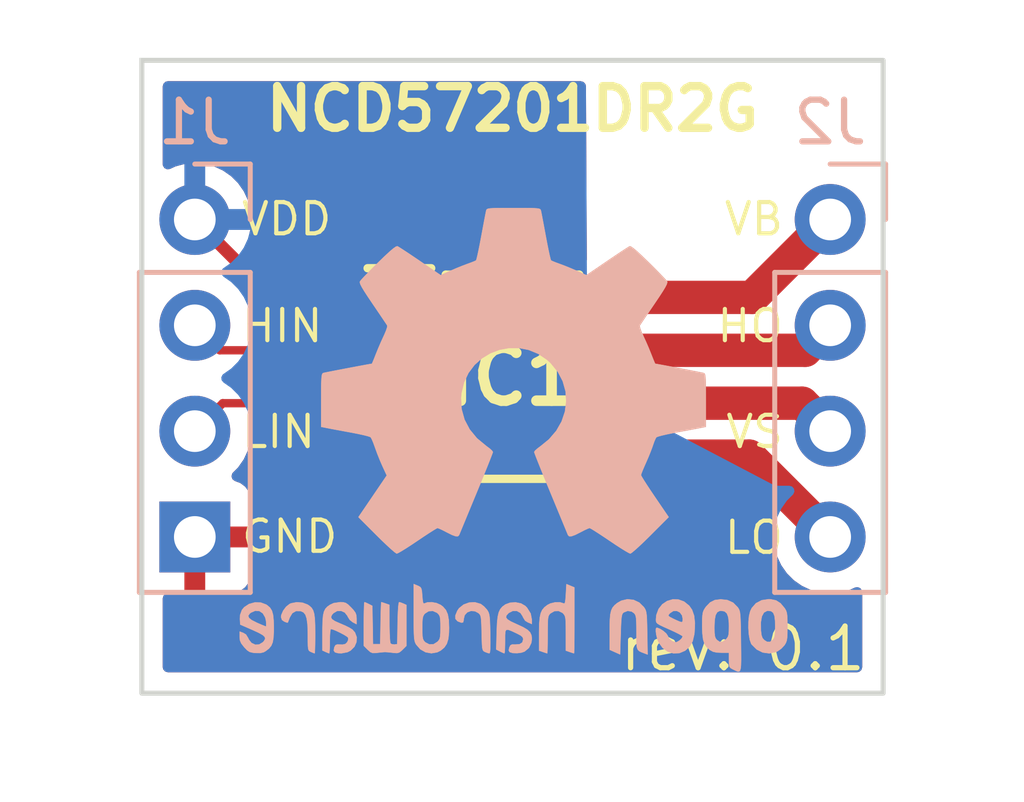
<source format=kicad_pcb>
(kicad_pcb (version 20221018) (generator pcbnew)
  (title_block (title "NCD57201DR2G Breakout Board") (date "2024-02-02") (rev "0.1") (company "Jan Lindblom"))
  (layers (0 "F.Cu" signal) (31 "B.Cu" signal) (34 "B.Paste" user) (35 "F.Paste" user) (36 "B.SilkS" user "B.Silkscreen") (37 "F.SilkS" user "F.Silkscreen") (38 "B.Mask" user) (39 "F.Mask" user) (44 "Edge.Cuts" user))
  (net 0 "")
  (net 1 "+5V")
  (net 2 "GND")
  (net 3 "/HIN")
  (net 4 "/LIN")
  (net 5 "/LO")
  (net 6 "-BATT")
  (net 7 "/HO")
  (net 8 "+BATT")
  (footprint "antesc:SOIC127P600X175-8N" (layer "F.Cu") (at 116.0526 70.6374)
    (fp_text reference "IC1" (at 0 0) (layer "F.SilkS") (effects (font (size 1.27 1.27) (thickness 0.254))))
    (fp_text value "NCD57201DR2G" hide)
    (fp_line (start -3.475 -2.605) (end -1.95 -2.605) (stroke (width 0.2)) (layer "F.SilkS"))
    (fp_line (start -1.6 -2.45) (end 1.6 -2.45) (stroke (width 0.2)) (layer "F.SilkS"))
    (fp_line (start -1.6 2.45) (end -1.6 -2.45) (stroke (width 0.2)) (layer "F.SilkS"))
    (fp_line (start 1.6 -2.45) (end 1.6 2.45) (stroke (width 0.2)) (layer "F.SilkS"))
    (fp_line (start 1.6 2.45) (end -1.6 2.45) (stroke (width 0.2)) (layer "F.SilkS"))
    (pad "1" smd rect locked (at -2.712 -1.905 90) (size 0.7 1.525) (layers "F.Cu" "F.Paste" "F.Mask") (net 1 "+5V"))
    (pad "2" smd rect locked (at -2.712 -0.635 90) (size 0.7 1.525) (layers "F.Cu" "F.Paste" "F.Mask") (net 3 "/HIN"))
    (pad "3" smd rect locked (at -2.712 0.635 90) (size 0.7 1.525) (layers "F.Cu" "F.Paste" "F.Mask") (net 4 "/LIN"))
    (pad "4" smd rect locked (at -2.712 1.905 90) (size 0.7 1.525) (layers "F.Cu" "F.Paste" "F.Mask") (net 2 "GND"))
    (pad "5" smd rect locked (at 2.712 1.905 90) (size 0.7 1.525) (layers "F.Cu" "F.Paste" "F.Mask") (net 5 "/LO"))
    (pad "6" smd rect locked (at 2.712 0.635 90) (size 0.7 1.525) (layers "F.Cu" "F.Paste" "F.Mask") (net 6 "-BATT"))
    (pad "7" smd rect locked (at 2.712 -0.635 90) (size 0.7 1.525) (layers "F.Cu" "F.Paste" "F.Mask") (net 7 "/HO"))
    (pad "8" smd rect locked (at 2.712 -1.905 90) (size 0.7 1.525) (layers "F.Cu" "F.Paste" "F.Mask") (net 8 "+BATT"))
  )
  (footprint "Connector_PinHeader_2.54mm:PinHeader_1x04_P2.54mm_Vertical" (layer "B.Cu") (at 108.4326 66.8628 180)
    (fp_text reference "J1" (at 0 2.33) (layer "B.SilkS") (effects (justify mirror)))
    (fp_text value "Conn_01x04")
    (fp_line (start -1.33 -8.95) (end 1.33 -8.95) (stroke (width 0.12)) (layer "B.SilkS"))
    (fp_line (start -1.33 -1.27) (end -1.33 -8.95) (stroke (width 0.12)) (layer "B.SilkS"))
    (fp_line (start -1.33 -1.27) (end 1.33 -1.27) (stroke (width 0.12)) (layer "B.SilkS"))
    (fp_line (start -1.33 0) (end -1.33 1.33) (stroke (width 0.12)) (layer "B.SilkS"))
    (fp_line (start -1.33 1.33) (end 0 1.33) (stroke (width 0.12)) (layer "B.SilkS"))
    (fp_line (start 1.33 -1.27) (end 1.33 -8.95) (stroke (width 0.12)) (layer "B.SilkS"))
    (pad "1" thru_hole oval locked (at 0 0 180) (size 1.7 1.7) (drill 1) (layers "*.Cu" "*.Mask") (net 1 "+5V"))
    (pad "2" thru_hole oval locked (at 0 -2.54 180) (size 1.7 1.7) (drill 1) (layers "*.Cu" "*.Mask") (net 3 "/HIN"))
    (pad "3" thru_hole oval locked (at 0 -5.08 180) (size 1.7 1.7) (drill 1) (layers "*.Cu" "*.Mask") (net 4 "/LIN"))
    (pad "4" thru_hole rect locked (at 0 -7.62 180) (size 1.7 1.7) (drill 1) (layers "*.Cu" "*.Mask") (net 2 "GND"))
  )
  (footprint "Connector_PinHeader_2.54mm:PinHeader_1x04_P2.54mm_Vertical" (layer "B.Cu") (at 123.6726 66.8628 180)
    (fp_text reference "J2" (at 0 2.33) (layer "B.SilkS") (effects (justify mirror)))
    (fp_text value "Conn_01x04")
    (fp_line (start -1.33 -8.95) (end 1.33 -8.95) (stroke (width 0.12)) (layer "B.SilkS"))
    (fp_line (start -1.33 -1.27) (end -1.33 -8.95) (stroke (width 0.12)) (layer "B.SilkS"))
    (fp_line (start -1.33 -1.27) (end 1.33 -1.27) (stroke (width 0.12)) (layer "B.SilkS"))
    (fp_line (start -1.33 0) (end -1.33 1.33) (stroke (width 0.12)) (layer "B.SilkS"))
    (fp_line (start -1.33 1.33) (end 0 1.33) (stroke (width 0.12)) (layer "B.SilkS"))
    (fp_line (start 1.33 -1.27) (end 1.33 -8.95) (stroke (width 0.12)) (layer "B.SilkS"))
    (pad "1" thru_hole oval locked (at 0 0 180) (size 1.7 1.7) (drill 1) (layers "*.Cu" "*.Mask") (net 8 "+BATT"))
    (pad "2" thru_hole oval locked (at 0 -2.54 180) (size 1.7 1.7) (drill 1) (layers "*.Cu" "*.Mask") (net 7 "/HO"))
    (pad "3" thru_hole oval locked (at 0 -5.08 180) (size 1.7 1.7) (drill 1) (layers "*.Cu" "*.Mask") (net 6 "-BATT"))
    (pad "4" thru_hole oval locked (at 0 -7.62 180) (size 1.7 1.7) (drill 1) (layers "*.Cu" "*.Mask") (net 5 "/LO"))
  )
  (footprint "Symbol:OSHW-Logo2_14.6x12mm_SilkScreen" (layer "B.Cu") (at 116.078 72.136 180)
    (fp_text reference "REF**" hide)
    (fp_text value "OSHW-Logo2_14.6x12mm_SilkScreen" hide)
    (fp_poly (pts (xy 5.33569 -3.940018) (xy 5.370585 -3.955269) (xy 5.453877 -4.021235) (xy 5.525103 -4.116618) (xy 5.569153 -4.218406) (xy 5.576322 -4.268587) (xy 5.552285 -4.338647) (xy 5.499561 -4.375717) (xy 5.443031 -4.398164) (xy 5.417146 -4.4023) (xy 5.404542 -4.372283) (xy 5.379654 -4.306961) (xy 5.368735 -4.277445) (xy 5.307508 -4.175348) (xy 5.218861 -4.124423) (xy 5.105193 -4.125989) (xy 5.096774 -4.127994) (xy 5.036088 -4.156767) (xy 4.991474 -4.212859) (xy 4.961002 -4.303163) (xy 4.942744 -4.434571) (xy 4.934771 -4.613974) (xy 4.934023 -4.709433) (xy 4.933652 -4.859913) (xy 4.931223 -4.962495) (xy 4.92476 -5.027672) (xy 4.912288 -5.065938) (xy 4.891833 -5.087785) (xy 4.861419 -5.103707) (xy 4.859661 -5.104509) (xy 4.801091 -5.129272) (xy 4.772075 -5.138391) (xy 4.767616 -5.110822) (xy 4.763799 -5.03462) (xy 4.760899 -4.919541) (xy 4.759191 -4.775341) (xy 4.758851 -4.669814) (xy 4.760588 -4.465613) (xy 4.767382 -4.310697) (xy 4.781607 -4.196024) (xy 4.805638 -4.112551) (xy 4.841848 -4.051236) (xy 4.892612 -4.003034) (xy 4.942739 -3.969393) (xy 5.063275 -3.924619) (xy 5.203557 -3.914521) (xy 5.33569 -3.940018)) (stroke (width 0.01)) (fill solid) (layer "B.SilkS"))
    (fp_poly (pts (xy -2.582571 -3.877719) (xy -2.488877 -3.931914) (xy -2.423736 -3.985707) (xy -2.376093 -4.042066) (xy -2.343272 -4.110987) (xy -2.322594 -4.202468) (xy -2.31138 -4.326506) (xy -2.306951 -4.493098) (xy -2.306437 -4.612851) (xy -2.306437 -5.053659) (xy -2.430517 -5.109283) (xy -2.554598 -5.164907) (xy -2.569195 -4.682095) (xy -2.575227 -4.501779) (xy -2.581555 -4.370901) (xy -2.589394 -4.280511) (xy -2.599963 -4.221664) (xy -2.614477 -4.185413) (xy -2.634152 -4.16281) (xy -2.640465 -4.157917) (xy -2.736112 -4.119706) (xy -2.832793 -4.134827) (xy -2.890345 -4.174943) (xy -2.913755 -4.20337) (xy -2.929961 -4.240672) (xy -2.940259 -4.297223) (xy -2.945951 -4.383394) (xy -2.948336 -4.509558) (xy -2.948736 -4.641042) (xy -2.948814 -4.805999) (xy -2.951639 -4.922761) (xy -2.961093 -5.00151) (xy -2.98106 -5.052431) (xy -3.015424 -5.085706) (xy -3.068068 -5.11152) (xy -3.138383 -5.138344) (xy -3.21518 -5.167542) (xy -3.206038 -4.649346) (xy -3.202357 -4.462539) (xy -3.19805 -4.32449) (xy -3.191877 -4.225568) (xy -3.182598 -4.156145) (xy -3.168973 -4.10659) (xy -3.149761 -4.067273) (xy -3.126598 -4.032584) (xy -3.014848 -3.92177) (xy -2.878487 -3.857689) (xy -2.730175 -3.842339) (xy -2.582571 -3.877719)) (stroke (width 0.01)) (fill solid) (layer "B.SilkS"))
    (fp_poly (pts (xy 1.065943 -3.92192) (xy 1.198565 -3.970859) (xy 1.30601 -4.057419) (xy 1.348032 -4.118352) (xy 1.393843 -4.230161) (xy 1.392891 -4.311006) (xy 1.344808 -4.365378) (xy 1.327017 -4.374624) (xy 1.250204 -4.40345) (xy 1.210976 -4.396065) (xy 1.197689 -4.347658) (xy 1.197012 -4.32092) (xy 1.172686 -4.222548) (xy 1.109281 -4.153734) (xy 1.021154 -4.120498) (xy 0.922663 -4.128861) (xy 0.842602 -4.172296) (xy 0.815561 -4.197072) (xy 0.796394 -4.227129) (xy 0.783446 -4.272565) (xy 0.775064 -4.343476) (xy 0.769593 -4.44996) (xy 0.765378 -4.602112) (xy 0.764287 -4.650287) (xy 0.760307 -4.815095) (xy 0.755781 -4.931088) (xy 0.748995 -5.007833) (xy 0.738231 -5.054893) (xy 0.721773 -5.081835) (xy 0.697906 -5.098223) (xy 0.682626 -5.105463) (xy 0.617733 -5.13022) (xy 0.579534 -5.138391) (xy 0.566912 -5.111103) (xy 0.559208 -5.028603) (xy 0.55638 -4.889941) (xy 0.558386 -4.694162) (xy 0.559011 -4.663965) (xy 0.563421 -4.485349) (xy 0.568635 -4.354923) (xy 0.576055 -4.262492) (xy 0.587082 -4.197858) (xy 0.603117 -4.150825) (xy 0.625561 -4.111196) (xy 0.637302 -4.094215) (xy 0.704619 -4.01908) (xy 0.77991 -3.960638) (xy 0.789128 -3.955536) (xy 0.924133 -3.91526) (xy 1.065943 -3.92192)) (stroke (width 0.01)) (fill solid) (layer "B.SilkS"))
    (fp_poly (pts (xy 3.580124 -3.93984) (xy 3.584579 -4.016653) (xy 3.588071 -4.133391) (xy 3.590315 -4.280821) (xy 3.591035 -4.435455) (xy 3.591035 -4.958727) (xy 3.498645 -5.051117) (xy 3.434978 -5.108047) (xy 3.379089 -5.131107) (xy 3.302702 -5.129647) (xy 3.27238 -5.125934) (xy 3.17761 -5.115126) (xy 3.099222 -5.108933) (xy 3.080115 -5.108361) (xy 3.015699 -5.112102) (xy 2.923571 -5.121494) (xy 2.88785 -5.125934) (xy 2.800114 -5.132801) (xy 2.741153 -5.117885) (xy 2.68269 -5.071835) (xy 2.661585 -5.051117) (xy 2.569195 -4.958727) (xy 2.569195 -3.979947) (xy 2.643558 -3.946066) (xy 2.70759 -3.92097) (xy 2.745052 -3.912184) (xy 2.754657 -3.93995) (xy 2.763635 -4.01753) (xy 2.771386 -4.136348) (xy 2.777314 -4.287828) (xy 2.780173 -4.415805) (xy 2.788161 -4.919425) (xy 2.857848 -4.929278) (xy 2.921229 -4.922389) (xy 2.952286 -4.900083) (xy 2.960967 -4.858379) (xy 2.968378 -4.769544) (xy 2.973931 -4.644834) (xy 2.977036 -4.495507) (xy 2.977484 -4.418661) (xy 2.977931 -3.976287) (xy 3.069874 -3.944235) (xy 3.134949 -3.922443) (xy 3.170347 -3.912281) (xy 3.171368 -3.912184) (xy 3.17492 -3.939809) (xy 3.178823 -4.016411) (xy 3.182751 -4.132579) (xy 3.186376 -4.278904) (xy 3.188908 -4.415805) (xy 3.196897 -4.919425) (xy 3.372069 -4.919425) (xy 3.380107 -4.459965) (xy 3.388146 -4.000505) (xy 3.473543 -3.956344) (xy 3.536593 -3.926019) (xy 3.57391 -3.912258) (xy 3.574987 -3.912184) (xy 3.580124 -3.93984)) (stroke (width 0.01)) (fill solid) (layer "B.SilkS"))
    (fp_poly (pts (xy -1.255402 -3.723857) (xy -1.246846 -3.843188) (xy -1.237019 -3.913506) (xy -1.223401 -3.944179) (xy -1.203473 -3.944571) (xy -1.197011 -3.94091) (xy -1.11106 -3.914398) (xy -0.999255 -3.915946) (xy -0.885586 -3.943199) (xy -0.81449 -3.978455) (xy -0.741595 -4.034778) (xy -0.688307 -4.098519) (xy -0.651725 -4.17951) (xy -0.62895 -4.287586) (xy -0.617081 -4.43258) (xy -0.613218 -4.624326) (xy -0.613149 -4.661109) (xy -0.613103 -5.074288) (xy -0.705046 -5.106339) (xy -0.770348 -5.128144) (xy -0.806176 -5.138297) (xy -0.80723 -5.138391) (xy -0.810758 -5.11086) (xy -0.813761 -5.034923) (xy -0.81601 -4.920565) (xy -0.817276 -4.777769) (xy -0.817471 -4.690951) (xy -0.817877 -4.519773) (xy -0.819968 -4.397088) (xy -0.825053 -4.313) (xy -0.83444 -4.257614) (xy -0.849439 -4.221032) (xy -0.871358 -4.193359) (xy -0.885043 -4.180032) (xy -0.979051 -4.126328) (xy -1.081636 -4.122307) (xy -1.17471 -4.167725) (xy -1.191922 -4.184123) (xy -1.217168 -4.214957) (xy -1.23468 -4.251531) (xy -1.245858 -4.304415) (xy -1.252104 -4.384177) (xy -1.254818 -4.501385) (xy -1.255402 -4.662991) (xy -1.255402 -5.074288) (xy -1.347345 -5.106339) (xy -1.412647 -5.128144) (xy -1.448475 -5.138297) (xy -1.449529 -5.138391) (xy -1.452225 -5.110448) (xy -1.454655 -5.03163) (xy -1.456722 -4.909453) (xy -1.458329 -4.751432) (xy -1.459377 -4.565083) (xy -1.459769 -4.35792) (xy -1.45977 -4.348706) (xy -1.45977 -3.55902) (xy -1.364885 -3.518997) (xy -1.27 -3.478973) (xy -1.255402 -3.723857)) (stroke (width 0.01)) (fill solid) (layer "B.SilkS"))
    (fp_poly (pts (xy -5.951779 -3.866015) (xy -5.814939 -3.937968) (xy -5.713949 -4.053766) (xy -5.678075 -4.128213) (xy -5.650161 -4.239992) (xy -5.635871 -4.381227) (xy -5.634516 -4.535371) (xy -5.645405 -4.685879) (xy -5.667847 -4.816205) (xy -5.70115 -4.909803) (xy -5.711385 -4.925922) (xy -5.832618 -5.046249) (xy -5.976613 -5.118317) (xy -6.132861 -5.139408) (xy -6.290852 -5.106802) (xy -6.33482 -5.087253) (xy -6.420444 -5.027012) (xy -6.495592 -4.947135) (xy -6.502694 -4.937004) (xy -6.531561 -4.888181) (xy -6.550643 -4.83599) (xy -6.561916 -4.767285) (xy -6.567355 -4.668918) (xy -6.568938 -4.527744) (xy -6.568965 -4.496092) (xy -6.568893 -4.486019) (xy -6.277011 -4.486019) (xy -6.275313 -4.619256) (xy -6.268628 -4.707674) (xy -6.254575 -4.764785) (xy -6.230771 -4.804102) (xy -6.218621 -4.817241) (xy -6.148764 -4.867172) (xy -6.080941 -4.864895) (xy -6.012365 -4.821584) (xy -5.971465 -4.775346) (xy -5.947242 -4.707857) (xy -5.933639 -4.601433) (xy -5.932706 -4.58902) (xy -5.930384 -4.396147) (xy -5.95465 -4.2529) (xy -6.005176 -4.16016) (xy -6.081632 -4.118807) (xy -6.108924 -4.116552) (xy -6.180589 -4.127893) (xy -6.22961 -4.167184) (xy -6.259582 -4.242326) (xy -6.274101 -4.361222) (xy -6.277011 -4.486019) (xy -6.568893 -4.486019) (xy -6.567878 -4.345659) (xy -6.563312 -4.240549) (xy -6.553312 -4.167714) (xy -6.535921 -4.114108) (xy -6.509184 -4.066681) (xy -6.503276 -4.057864) (xy -6.403968 -3.939007) (xy -6.295758 -3.870008) (xy -6.164019 -3.842619) (xy -6.119283 -3.841281) (xy -5.951779 -3.866015)) (stroke (width 0.01)) (fill solid) (layer "B.SilkS"))
    (fp_poly (pts (xy 6.343439 -3.95654) (xy 6.45895 -4.032034) (xy 6.514664 -4.099617) (xy 6.558804 -4.222255) (xy 6.562309 -4.319298) (xy 6.554368 -4.449056) (xy 6.255115 -4.580039) (xy 6.109611 -4.646958) (xy 6.014537 -4.70079) (xy 5.965101 -4.747416) (xy 5.956511 -4.79272) (xy 5.983972 -4.842582) (xy 6.014253 -4.875632) (xy 6.102363 -4.928633) (xy 6.198196 -4.932347) (xy 6.286212 -4.891041) (xy 6.350869 -4.808983) (xy 6.362433 -4.780008) (xy 6.417825 -4.689509) (xy 6.481553 -4.65094) (xy 6.568966 -4.617946) (xy 6.568966 -4.743034) (xy 6.561238 -4.828156) (xy 6.530966 -4.899938) (xy 6.467518 -4.982356) (xy 6.458088 -4.993066) (xy 6.387513 -5.066391) (xy 6.326847 -5.105742) (xy 6.25095 -5.123845) (xy 6.18803 -5.129774) (xy 6.075487 -5.131251) (xy 5.99537 -5.112535) (xy 5.94539 -5.084747) (xy 5.866838 -5.023641) (xy 5.812463 -4.957554) (xy 5.778052 -4.874441) (xy 5.759388 -4.762254) (xy 5.752256 -4.608946) (xy 5.751687 -4.531136) (xy 5.753622 -4.437853) (xy 5.929899 -4.437853) (xy 5.931944 -4.487896) (xy 5.937039 -4.496092) (xy 5.970666 -4.484958) (xy 6.04303 -4.455493) (xy 6.139747 -4.413601) (xy 6.159973 -4.404597) (xy 6.282203 -4.342442) (xy 6.349547 -4.287815) (xy 6.364348 -4.236649) (xy 6.328947 -4.184876) (xy 6.299711 -4.162) (xy 6.194216 -4.11625) (xy 6.095476 -4.123808) (xy 6.012812 -4.179651) (xy 5.955548 -4.278753) (xy 5.937188 -4.357414) (xy 5.929899 -4.437853) (xy 5.753622 -4.437853) (xy 5.755459 -4.349351) (xy 5.769359 -4.214853) (xy 5.796894 -4.116916) (xy 5.841572 -4.044811) (xy 5.906901 -3.987813) (xy 5.935383 -3.969393) (xy 6.064763 -3.921422) (xy 6.206412 -3.918403) (xy 6.343439 -3.95654)) (stroke (width 0.01)) (fill solid) (layer "B.SilkS"))
    (fp_poly (pts (xy 2.393914 -4.154455) (xy 2.393543 -4.372661) (xy 2.392108 -4.540519) (xy 2.389002 -4.66607) (xy 2.383622 -4.757355) (xy 2.375362 -4.822415) (xy 2.363616 -4.869291) (xy 2.347781 -4.906024) (xy 2.33579 -4.926991) (xy 2.23649 -5.040694) (xy 2.110588 -5.111965) (xy 1.971291 -5.137538) (xy 1.831805 -5.11415) (xy 1.748743 -5.072119) (xy 1.661545 -4.999411) (xy 1.602117 -4.910612) (xy 1.566261 -4.79432) (xy 1.549781 -4.639135) (xy 1.547447 -4.525287) (xy 1.547761 -4.517106) (xy 1.751724 -4.517106) (xy 1.75297 -4.647657) (xy 1.758678 -4.73408) (xy 1.771804 -4.790618) (xy 1.795306 -4.831514) (xy 1.823386 -4.862362) (xy 1.917688 -4.921905) (xy 2.01894 -4.926992) (xy 2.114636 -4.877279) (xy 2.122084 -4.870543) (xy 2.153874 -4.835502) (xy 2.173808 -4.793811) (xy 2.1846 -4.731762) (xy 2.188965 -4.635644) (xy 2.189655 -4.529379) (xy 2.188159 -4.39588) (xy 2.181964 -4.306822) (xy 2.168514 -4.248293) (xy 2.145251 -4.206382) (xy 2.126175 -4.184123) (xy 2.037563 -4.127985) (xy 1.935508 -4.121235) (xy 1.838095 -4.164114) (xy 1.819296 -4.180032) (xy 1.787293 -4.215382) (xy 1.767318 -4.257502) (xy 1.756593 -4.320251) (xy 1.752339 -4.417487) (xy 1.751724 -4.517106) (xy 1.547761 -4.517106) (xy 1.554504 -4.341947) (xy 1.578472 -4.204195) (xy 1.623548 -4.100632) (xy 1.693928 -4.019856) (xy 1.748743 -3.978455) (xy 1.848376 -3.933728) (xy 1.963855 -3.912967) (xy 2.071199 -3.918525) (xy 2.131264 -3.940943) (xy 2.154835 -3.947323) (xy 2.170477 -3.923535) (xy 2.181395 -3.859788) (xy 2.189655 -3.762687) (xy 2.198699 -3.654541) (xy 2.211261 -3.589475) (xy 2.234119 -3.552268) (xy 2.274051 -3.527699) (xy 2.299138 -3.516819) (xy 2.394023 -3.477072) (xy 2.393914 -4.154455)) (stroke (width 0.01)) (fill solid) (layer "B.SilkS"))
    (fp_poly (pts (xy -3.684448 -3.884676) (xy -3.569342 -3.962111) (xy -3.480389 -4.073949) (xy -3.427251 -4.216265) (xy -3.416503 -4.321015) (xy -3.417724 -4.364726) (xy -3.427944 -4.398194) (xy -3.456039 -4.428179) (xy -3.510884 -4.46144) (xy -3.601355 -4.504738) (xy -3.736328 -4.564833) (xy -3.737011 -4.565134) (xy -3.861249 -4.622037) (xy -3.963127 -4.672565) (xy -4.032233 -4.71128) (xy -4.058154 -4.73274) (xy -4.058161 -4.732913) (xy -4.035315 -4.779644) (xy -3.981891 -4.831154) (xy -3.920558 -4.868261) (xy -3.889485 -4.875632) (xy -3.804711 -4.850138) (xy -3.731707 -4.786291) (xy -3.696087 -4.716094) (xy -3.66182 -4.664343) (xy -3.594697 -4.605409) (xy -3.515792 -4.554496) (xy -3.446179 -4.526809) (xy -3.431623 -4.525287) (xy -3.415237 -4.550321) (xy -3.41425 -4.614311) (xy -3.426292 -4.700593) (xy -3.448993 -4.792501) (xy -3.479986 -4.873369) (xy -3.481552 -4.876509) (xy -3.574819 -5.006734) (xy -3.695696 -5.095311) (xy -3.832973 -5.138786) (xy -3.97544 -5.133706) (xy -4.111888 -5.076616) (xy -4.117955 -5.072602) (xy -4.22529 -4.975326) (xy -4.295868 -4.848409) (xy -4.334926 -4.681526) (xy -4.340168 -4.634639) (xy -4.349452 -4.413329) (xy -4.338322 -4.310124) (xy -4.058161 -4.310124) (xy -4.054521 -4.374503) (xy -4.034611 -4.393291) (xy -3.984974 -4.379235) (xy -3.906733 -4.346009) (xy -3.819274 -4.304359) (xy -3.817101 -4.303256) (xy -3.74297 -4.264265) (xy -3.713219 -4.238244) (xy -3.720555 -4.210965) (xy -3.751447 -4.175121) (xy -3.83004 -4.123251) (xy -3.914677 -4.119439) (xy -3.990597 -4.157189) (xy -4.043035 -4.230001) (xy -4.058161 -4.310124) (xy -4.338322 -4.310124) (xy -4.330356 -4.236261) (xy -4.281366 -4.095829) (xy -4.213164 -3.997447) (xy -4.090065 -3.89803) (xy -3.954472 -3.848711) (xy -3.816045 -3.845568) (xy -3.684448 -3.884676)) (stroke (width 0.01)) (fill solid) (layer "B.SilkS"))
    (fp_poly (pts (xy 0.079944 -3.92436) (xy 0.194343 -3.966842) (xy 0.195652 -3.967658) (xy 0.266403 -4.01973) (xy 0.318636 -4.080584) (xy 0.355371 -4.159887) (xy 0.379634 -4.267309) (xy 0.394445 -4.412517) (xy 0.402829 -4.605179) (xy 0.403564 -4.632628) (xy 0.41412 -5.046521) (xy 0.325291 -5.092456) (xy 0.261018 -5.123498) (xy 0.22221 -5.138206) (xy 0.220415 -5.138391) (xy 0.2137 -5.11125) (xy 0.208365 -5.038041) (xy 0.205083 -4.931081) (xy 0.204368 -4.844469) (xy 0.204351 -4.704162) (xy 0.197937 -4.616051) (xy 0.17558 -4.574025) (xy 0.127732 -4.571975) (xy 0.044849 -4.60379) (xy -0.080287 -4.662272) (xy -0.172303 -4.710845) (xy -0.219629 -4.752986) (xy -0.233542 -4.798916) (xy -0.233563 -4.801189) (xy -0.210605 -4.880311) (xy -0.14263 -4.923055) (xy -0.038602 -4.929246) (xy 0.03633 -4.928172) (xy 0.075839 -4.949753) (xy 0.100478 -5.001591) (xy 0.114659 -5.067632) (xy 0.094223 -5.105104) (xy 0.086528 -5.110467) (xy 0.014083 -5.132006) (xy -0.087367 -5.135055) (xy -0.191843 -5.120778) (xy -0.265875 -5.094688) (xy -0.368228 -5.007785) (xy -0.426409 -4.886816) (xy -0.437931 -4.792308) (xy -0.429138 -4.707062) (xy -0.39732 -4.637476) (xy -0.334316 -4.575672) (xy -0.231969 -4.513772) (xy -0.082118 -4.443897) (xy -0.072988 -4.439948) (xy 0.061997 -4.377588) (xy 0.145294 -4.326446) (xy 0.180997 -4.280488) (xy 0.173203 -4.233683) (xy 0.126007 -4.179998) (xy 0.111894 -4.167644) (xy 0.017359 -4.119741) (xy -0.080594 -4.121758) (xy -0.165903 -4.168724) (xy -0.222504 -4.255669) (xy -0.227763 -4.272734) (xy -0.278977 -4.355504) (xy -0.343963 -4.395372) (xy -0.437931 -4.434882) (xy -0.437931 -4.332658) (xy -0.409347 -4.184072) (xy -0.324505 -4.047784) (xy -0.280355 -4.002191) (xy -0.179995 -3.943674) (xy -0.052365 -3.917184) (xy 0.079944 -3.92436)) (stroke (width 0.01)) (fill solid) (layer "B.SilkS"))
    (fp_poly (pts (xy -4.8281 -3.861903) (xy -4.71655 -3.917522) (xy -4.618092 -4.019931) (xy -4.590977 -4.057864) (xy -4.561438 -4.1075) (xy -4.542272 -4.161412) (xy -4.531307 -4.233364) (xy -4.526371 -4.337122) (xy -4.525287 -4.474101) (xy -4.530182 -4.661815) (xy -4.547196 -4.802758) (xy -4.579823 -4.907908) (xy -4.631558 -4.988243) (xy -4.705896 -5.054741) (xy -4.711358 -5.058678) (xy -4.78462 -5.098953) (xy -4.87284 -5.11888) (xy -4.985038 -5.123793) (xy -5.167433 -5.123793) (xy -5.167509 -5.300857) (xy -5.169207 -5.39947) (xy -5.17955 -5.457314) (xy -5.206578 -5.492006) (xy -5.258332 -5.521164) (xy -5.270761 -5.527121) (xy -5.328923 -5.555039) (xy -5.373956 -5.572672) (xy -5.407441 -5.574194) (xy -5.430962 -5.553781) (xy -5.4461 -5.505607) (xy -5.454437 -5.423846) (xy -5.457556 -5.302672) (xy -5.45704 -5.13626) (xy -5.454471 -4.918785) (xy -5.453668 -4.853736) (xy -5.450778 -4.629502) (xy -5.448188 -4.482821) (xy -5.167586 -4.482821) (xy -5.166009 -4.607326) (xy -5.159 -4.688787) (xy -5.143142 -4.742515) (xy -5.115019 -4.783823) (xy -5.095925 -4.803971) (xy -5.017865 -4.862921) (xy -4.948753 -4.86772) (xy -4.87744 -4.819038) (xy -4.875632 -4.817241) (xy -4.846617 -4.779618) (xy -4.828967 -4.728484) (xy -4.820064 -4.649738) (xy -4.817291 -4.529276) (xy -4.817241 -4.502588) (xy -4.823942 -4.336583) (xy -4.845752 -4.221505) (xy -4.885235 -4.151254) (xy -4.944956 -4.119729) (xy -4.979472 -4.116552) (xy -5.061389 -4.13146) (xy -5.117579 -4.180548) (xy -5.151402 -4.270362) (xy -5.16622 -4.407445) (xy -5.167586 -4.482821) (xy -5.448188 -4.482821) (xy -5.447713 -4.455952) (xy -5.443753 -4.325382) (xy -5.438174 -4.230087) (xy -5.430254 -4.162364) (xy -5.419269 -4.114507) (xy -5.404499 -4.078813) (xy -5.385218 -4.047578) (xy -5.376951 -4.035824) (xy -5.267288 -3.924797) (xy -5.128635 -3.861847) (xy -4.968246 -3.844297) (xy -4.8281 -3.861903)) (stroke (width 0.01)) (fill solid) (layer "B.SilkS"))
    (fp_poly (pts (xy 4.314406 -3.935156) (xy 4.398469 -3.973393) (xy 4.46445 -4.019726) (xy 4.512794 -4.071532) (xy 4.546172 -4.138363) (xy 4.567253 -4.229769) (xy 4.578707 -4.355301) (xy 4.583203 -4.524508) (xy 4.583678 -4.635933) (xy 4.583678 -5.070627) (xy 4.509316 -5.104509) (xy 4.450746 -5.129272) (xy 4.42173 -5.138391) (xy 4.416179 -5.111257) (xy 4.411775 -5.038094) (xy 4.409078 -4.931263) (xy 4.408506 -4.846437) (xy 4.406046 -4.723887) (xy 4.399412 -4.626668) (xy 4.389726 -4.567134) (xy 4.382032 -4.554483) (xy 4.330311 -4.567402) (xy 4.249117 -4.600539) (xy 4.155102 -4.645461) (xy 4.064917 -4.693735) (xy 3.995215 -4.736928) (xy 3.962648 -4.766608) (xy 3.962519 -4.766929) (xy 3.96532 -4.821857) (xy 3.990439 -4.874292) (xy 4.034541 -4.916881) (xy 4.098909 -4.931126) (xy 4.153921 -4.929466) (xy 4.231835 -4.928245) (xy 4.272732 -4.946498) (xy 4.297295 -4.994726) (xy 4.300392 -5.00382) (xy 4.31104 -5.072598) (xy 4.282565 -5.11436) (xy 4.208344 -5.134263) (xy 4.128168 -5.137944) (xy 3.98389 -5.110658) (xy 3.909203 -5.07169) (xy 3.816963 -4.980148) (xy 3.768043 -4.867782) (xy 3.763654 -4.749051) (xy 3.805001 -4.638411) (xy 3.867197 -4.56908) (xy 3.929294 -4.530265) (xy 4.026895 -4.481125) (xy 4.140632 -4.431292) (xy 4.15959 -4.423677) (xy 4.284521 -4.368545) (xy 4.356539 -4.319954) (xy 4.3797 -4.271647) (xy 4.358064 -4.21737) (xy 4.32092 -4.174943) (xy 4.233127 -4.122702) (xy 4.13653 -4.118784) (xy 4.047944 -4.159041) (xy 3.984186 -4.239326) (xy 3.975817 -4.26004) (xy 3.927096 -4.336225) (xy 3.855965 -4.392785) (xy 3.766207 -4.439201) (xy 3.766207 -4.307584) (xy 3.77149 -4.227168) (xy 3.794142 -4.163786) (xy 3.844367 -4.096163) (xy 3.892582 -4.044076) (xy 3.967554 -3.970322) (xy 4.025806 -3.930702) (xy 4.088372 -3.91481) (xy 4.159193 -3.912184) (xy 4.314406 -3.935156)) (stroke (width 0.01)) (fill solid) (layer "B.SilkS"))
    (fp_poly (pts (xy 0.209014 5.547002) (xy 0.367006 5.546137) (xy 0.481347 5.543795) (xy 0.559407 5.539238) (xy 0.608554 5.53173) (xy 0.636159 5.520534) (xy 0.649592 5.504912) (xy 0.656221 5.484127) (xy 0.656865 5.481437) (xy 0.666935 5.432887) (xy 0.685575 5.337095) (xy 0.710845 5.204257) (xy 0.740807 5.044569) (xy 0.773522 4.868226) (xy 0.774664 4.862033) (xy 0.807433 4.689218) (xy 0.838093 4.536531) (xy 0.864664 4.413129) (xy 0.885167 4.328169) (xy 0.897626 4.29081) (xy 0.89822 4.290148) (xy 0.934919 4.271905) (xy 1.010586 4.241503) (xy 1.108878 4.205507) (xy 1.109425 4.205315) (xy 1.233233 4.158778) (xy 1.379196 4.099496) (xy 1.516781 4.039891) (xy 1.523293 4.036944) (xy 1.74739 3.935235) (xy 2.243619 4.274103) (xy 2.395846 4.377408) (xy 2.533741 4.469763) (xy 2.649315 4.545916) (xy 2.734579 4.600615) (xy 2.781544 4.628607) (xy 2.786004 4.630683) (xy 2.820134 4.62144) (xy 2.883881 4.576844) (xy 2.979731 4.494791) (xy 3.110169 4.373179) (xy 3.243328 4.243795) (xy 3.371694 4.116298) (xy 3.486581 3.999954) (xy 3.581073 3.901948) (xy 3.648253 3.829464) (xy 3.681206 3.789687) (xy 3.682432 3.787639) (xy 3.686074 3.760344) (xy 3.67235 3.715766) (xy 3.637869 3.647888) (xy 3.579239 3.550689) (xy 3.49307 3.418149) (xy 3.3782 3.247524) (xy 3.276254 3.097345) (xy 3.185123 2.96265) (xy 3.110073 2.85126) (xy 3.056369 2.770995) (xy 3.02928 2.729675) (xy 3.027574 2.72687) (xy 3.030882 2.687279) (xy 3.055953 2.610331) (xy 3.097798 2.510568) (xy 3.112712 2.478709) (xy 3.177786 2.336774) (xy 3.247212 2.175727) (xy 3.303609 2.036379) (xy 3.344247 1.932956) (xy 3.376526 1.854358) (xy 3.395178 1.81328) (xy 3.397497 1.810115) (xy 3.431803 1.804872) (xy 3.512669 1.790506) (xy 3.629343 1.769063) (xy 3.771075 1.742587) (xy 3.92711 1.713123) (xy 4.086698 1.682717) (xy 4.239085 1.653412) (xy 4.373521 1.627255) (xy 4.479252 1.60629) (xy 4.545526 1.592561) (xy 4.561782 1.58868) (xy 4.578573 1.5791) (xy 4.591249 1.557464) (xy 4.600378 1.516469) (xy 4.606531 1.448811) (xy 4.61028 1.347188) (xy 4.612192 1.204297) (xy 4.61284 1.012835) (xy 4.612874 0.934355) (xy 4.612874 0.296094) (xy 4.459598 0.26584) (xy 4.374322 0.249436) (xy 4.24707 0.225491) (xy 4.093315 0.196893) (xy 3.928534 0.166533) (xy 3.882989 0.158194) (xy 3.730932 0.12863) (xy 3.598468 0.099558) (xy 3.496714 0.073671) (xy 3.436788 0.053663) (xy 3.426805 0.047699) (xy 3.402293 0.005466) (xy 3.367148 -0.07637) (xy 3.328173 -0.181683) (xy 3.320442 -0.204368) (xy 3.26936 -0.345018) (xy 3.205954 -0.503714) (xy 3.143904 -0.646225) (xy 3.143598 -0.646886) (xy 3.040267 -0.87044) (xy 3.719961 -1.870232) (xy 3.283621 -2.3073) (xy 3.151649 -2.437381) (xy 3.031279 -2.552048) (xy 2.929273 -2.645181) (xy 2.852391 -2.710658) (xy 2.807393 -2.742357) (xy 2.800938 -2.744368) (xy 2.76304 -2.728529) (xy 2.685708 -2.684496) (xy 2.577389 -2.61749) (xy 2.446532 -2.532734) (xy 2.305052 -2.437816) (xy 2.161461 -2.340998) (xy 2.033435 -2.256751) (xy 1.929105 -2.190258) (xy 1.8566 -2.146702) (xy 1.824158 -2.131264) (xy 1.784576 -2.144328) (xy 1.709519 -2.17875) (xy 1.614468 -2.22738) (xy 1.604392 -2.232785) (xy 1.476391 -2.29698) (xy 1.388618 -2.328463) (xy 1.334028 -2.328798) (xy 1.305575 -2.299548) (xy 1.30541 -2.299138) (xy 1.291188 -2.264498) (xy 1.257269 -2.182269) (xy 1.206284 -2.058814) (xy 1.140862 -1.900498) (xy 1.063634 -1.713686) (xy 0.977229 -1.504742) (xy 0.893551 -1.302446) (xy 0.801588 -1.0792) (xy 0.71715 -0.872392) (xy 0.642769 -0.688362) (xy 0.580974 -0.533451) (xy 0.534297 -0.413996) (xy 0.505268 -0.336339) (xy 0.496322 -0.307356) (xy 0.518756 -0.27411) (xy 0.577439 -0.221123) (xy 0.655689 -0.162704) (xy 0.878534 0.022048) (xy 1.052718 0.233818) (xy 1.176154 0.468144) (xy 1.246754 0.720566) (xy 1.262431 0.986623) (xy 1.251036 1.109425) (xy 1.18895 1.364207) (xy 1.082023 1.589199) (xy 0.936889 1.782183) (xy 0.760178 1.940939) (xy 0.558522 2.06325) (xy 0.338554 2.146895) (xy 0.106906 2.189656) (xy -0.129791 2.189313) (xy -0.364905 2.143648) (xy -0.591804 2.050441) (xy -0.803856 1.907473) (xy -0.892364 1.826617) (xy -1.062111 1.618993) (xy -1.180301 1.392105) (xy -1.247722 1.152567) (xy -1.26516 0.906993) (xy -1.233402 0.661997) (xy -1.153235 0.424192) (xy -1.025445 0.200193) (xy -0.85082 -0.003387) (xy -0.655688 -0.162704) (xy -0.574409 -0.223602) (xy -0.516991 -0.276015) (xy -0.496322 -0.307406) (xy -0.507144 -0.341639) (xy -0.537923 -0.423419) (xy -0.586126 -0.546407) (xy -0.649222 -0.704263) (xy -0.724678 -0.890649) (xy -0.809962 -1.099226) (xy -0.893781 -1.302496) (xy -0.986255 -1.525933) (xy -1.071911 -1.732984) (xy -1.148118 -1.917286) (xy -1.212247 -2.072475) (xy -1.261668 -2.192188) (xy -1.293752 -2.270061) (xy -1.305641 -2.299138) (xy -1.333726 -2.328677) (xy -1.388051 -2.328591) (xy -1.475605 -2.297326) (xy -1.603381 -2.233329) (xy -1.604392 -2.232785) (xy -1.700598 -2.183121) (xy -1.778369 -2.146945) (xy -1.822223 -2.131408) (xy -1.824158 -2.131264) (xy -1.857171 -2.147024) (xy -1.930054 -2.19085) (xy -2.034678 -2.257557) (xy -2.16291 -2.341964) (xy -2.305052 -2.437816) (xy -2.449767 -2.534867) (xy -2.580196 -2.61927) (xy -2.68789 -2.685801) (xy -2.764402 -2.729238) (xy -2.800938 -2.744368) (xy -2.834582 -2.724482) (xy -2.902224 -2.668903) (xy -2.997107 -2.583754) (xy -3.11247 -2.475153) (xy -3.241555 -2.349221) (xy -3.283771 -2.307149) (xy -3.720261 -1.869931) (xy -3.388023 -1.38234) (xy -3.287054 -1.232605) (xy -3.198438 -1.09822) (xy -3.127146 -0.986969) (xy -3.07815 -0.906639) (xy -3.056422 -0.865014) (xy -3.055785 -0.862053) (xy -3.06724 -0.822818) (xy -3.098051 -0.743895) (xy -3.142884 -0.638509) (xy -3.174353 -0.567954) (xy -3.233192 -0.432876) (xy -3.288604 -0.296409) (xy -3.331564 -0.181103) (xy -3.343234 -0.145977) (xy -3.376389 -0.052174) (xy -3.408799 0.020306) (xy -3.426601 0.047699) (xy -3.465886 0.064464) (xy -3.551626 0.08823) (xy -3.672697 0.116303) (xy -3.817973 0.145991) (xy -3.882988 0.158194) (xy -4.048087 0.188532) (xy -4.206448 0.217907) (xy -4.342596 0.243431) (xy -4.441057 0.262215) (xy -4.459598 0.26584) (xy -4.612873 0.296094) (xy -4.612873 0.934355) (xy -4.612529 1.14423) (xy -4.611116 1.30302) (xy -4.608064 1.418027) (xy -4.602803 1.496554) (xy -4.594763 1.545904) (xy -4.583373 1.573381) (xy -4.568063 1.586287) (xy -4.561782 1.58868) (xy -4.523896 1.597167) (xy -4.440195 1.6141) (xy -4.321433 1.637434) (xy -4.178361 1.665125) (xy -4.021732 1.695127) (xy -3.862297 1.725396) (xy -3.710809 1.753885) (xy -3.578019 1.778551) (xy -3.474681 1.797349) (xy -3.411545 1.808233) (xy -3.397497 1.810115) (xy -3.38477 1.835296) (xy -3.3566 1.902378) (xy -3.318252 1.998667) (xy -3.303609 2.036379) (xy -3.244548 2.182079) (xy -3.175 2.343049) (xy -3.112712 2.478709) (xy -3.066879 2.582439) (xy -3.036387 2.667674) (xy -3.026208 2.719874) (xy -3.027831 2.72687) (xy -3.049343 2.759898) (xy -3.098465 2.833357) (xy -3.169923 2.939423) (xy -3.258445 3.070274) (xy -3.358759 3.218088) (xy -3.378594 3.247266) (xy -3.494988 3.420137) (xy -3.580548 3.551774) (xy -3.638684 3.648239) (xy -3.672808 3.715592) (xy -3.686331 3.759894) (xy -3.682664 3.787206) (xy -3.68257 3.78738) (xy -3.653707 3.823254) (xy -3.589867 3.892609) (xy -3.497969 3.988255) (xy -3.384933 4.103001) (xy -3.257679 4.229659) (xy -3.243328 4.243795) (xy -3.082957 4.399097) (xy -2.959195 4.51313) (xy -2.869555 4.587998) (xy -2.811552 4.625804) (xy -2.786004 4.630683) (xy -2.748718 4.609397) (xy -2.671343 4.560227) (xy -2.561867 4.488425) (xy -2.42828 4.399245) (xy -2.27857 4.297937) (xy -2.243618 4.274103) (xy -1.74739 3.935235) (xy -1.523293 4.036944) (xy -1.387011 4.096217) (xy -1.240724 4.15583) (xy -1.114965 4.20336) (xy -1.109425 4.205315) (xy -1.011057 4.241323) (xy -0.935229 4.271771) (xy -0.898282 4.290095) (xy -0.89822 4.290148) (xy -0.886496 4.323271) (xy -0.866568 4.404733) (xy -0.840413 4.525375) (xy -0.81001 4.676041) (xy -0.777337 4.847572) (xy -0.774664 4.862033) (xy -0.74189 5.038765) (xy -0.711802 5.19919) (xy -0.686339 5.333112) (xy -0.667441 5.430337) (xy -0.657047 5.480668) (xy -0.656865 5.481437) (xy -0.650539 5.502847) (xy -0.638239 5.519012) (xy -0.612594 5.530669) (xy -0.566235 5.538555) (xy -0.491792 5.543407) (xy -0.381895 5.545961) (xy -0.229175 5.546955) (xy -0.026262 5.547126) (xy 0 5.547126) (xy 0.209014 5.547002)) (stroke (width 0.01)) (fill solid) (layer "B.SilkS"))
  )
  (gr_rect locked (start 107.1626 63.0428) (end 124.9426 78.232) (stroke (width 0.12)) (fill none) (layer "Edge.Cuts"))
  (gr_text "HO" (at 122.6058 69.4182) (layer "F.SilkS") (effects (font (size 0.75 0.75) (thickness 0.1)) (justify right)))
  (gr_text "LIN" (at 109.4994 71.9582) (layer "F.SilkS") (effects (font (size 0.75 0.75) (thickness 0.1)) (justify left)))
  (gr_text "VB" (at 122.6058 66.8528) (layer "F.SilkS") (effects (font (size 0.75 0.75) (thickness 0.1)) (justify right)))
  (gr_text "LO" (at 122.6058 74.4982) (layer "F.SilkS") (effects (font (size 0.75 0.75) (thickness 0.1)) (justify right)))
  (gr_text "NCD57201DR2G" (at 116.0526 64.7954) (layer "F.SilkS") (effects (font (size 1 1) (thickness 0.2) bold) (justify bottom)))
  (gr_text "rev: ${REVISION}" (at 124.587 77.7494) (layer "F.SilkS") (effects (font (size 1 1) (thickness 0.125)) (justify right bottom)))
  (gr_text "HIN" (at 109.4994 69.4182) (layer "F.SilkS") (effects (font (size 0.75 0.75) (thickness 0.1)) (justify left)))
  (gr_text "VDD" (at 109.4994 66.8528) (layer "F.SilkS") (effects (font (size 0.75 0.75) (thickness 0.1)) (justify left)))
  (gr_text "VS" (at 122.6058 71.9582) (layer "F.SilkS") (effects (font (size 0.75 0.75) (thickness 0.1)) (justify right)))
  (gr_text "GND" (at 109.4994 74.4728) (layer "F.SilkS") (effects (font (size 0.75 0.75) (thickness 0.1)) (justify left)))
  (segment (start 113.3406 68.7324) (end 110.3022 68.7324) (width 0.3) (layer "F.Cu") (net 1))
  (segment (start 110.3022 68.7324) (end 108.4326 66.8628) (width 0.3) (layer "F.Cu") (net 1))
  (segment (start 109.0322 70.0024) (end 108.4326 69.4028) (width 0.2) (layer "F.Cu") (net 3))
  (segment (start 113.3406 70.0024) (end 109.0322 70.0024) (width 0.2) (layer "F.Cu") (net 3))
  (segment (start 108.4326 71.9428) (end 109.103 71.2724) (width 0.2) (layer "F.Cu") (net 4))
  (segment (start 109.103 71.2724) (end 113.3406 71.2724) (width 0.2) (layer "F.Cu") (net 4))
  (segment (start 121.7322 72.5424) (end 123.6726 74.4828) (width 0.8) (layer "F.Cu") (net 5))
  (segment (start 118.7646 72.5424) (end 121.7322 72.5424) (width 0.8) (layer "F.Cu") (net 5))
  (segment (start 118.7646 71.2724) (end 123.0022 71.2724) (width 0.8) (layer "F.Cu") (net 6))
  (segment (start 123.0022 71.2724) (end 123.6726 71.9428) (width 0.8) (layer "F.Cu") (net 6))
  (segment (start 123.073 70.0024) (end 123.6726 69.4028) (width 0.8) (layer "F.Cu") (net 7))
  (segment (start 118.7646 70.0024) (end 123.073 70.0024) (width 0.8) (layer "F.Cu") (net 7))
  (segment (start 118.7646 68.7324) (end 121.803 68.7324) (width 0.8) (layer "F.Cu") (net 8))
  (segment (start 121.803 68.7324) (end 123.6726 66.8628) (width 0.8) (layer "F.Cu") (net 8))
  (zone (net 2) (net_name "GND") (layer "F.Cu") (priority 1) (connect_pads (clearance 0.5)) (min_thickness 0.25) (fill yes (thermal_gap 0.5) (thermal_bridge_width 0.5))
    (polygon (pts (xy 117.856 71.9074) (xy 117.8052 61.7474) (xy 105.1052 61.595) (xy 105.4608 79.9846) (xy 127.127 79.756) (xy 126.0094 73.2536) (xy 122.3518 73.2536) (xy 119.7864 71.9074)))
  )
  (zone (net 0) (net_name "") (layers "F&B.Cu") (connect_pads (clearance 0)) (min_thickness 0.25)
    (keepout (tracks allowed) (vias allowed) (pads allowed) (copperpour not_allowed) (footprints allowed))
    (fill (mode hatch) (thermal_gap 0.5) (thermal_bridge_width 0.5) (island_removal_mode 1) (island_area_min 10) (hatch_thickness 1) (hatch_gap 1.5) (hatch_orientation 0) (hatch_border_algorithm hatch_thickness) (hatch_min_hole_area 0.3))
    (polygon (pts (xy 117.856 71.9074) (xy 117.8052 61.7474) (xy 126.6444 61.6458) (xy 126.0094 73.2536) (xy 122.3518 73.2536) (xy 119.7864 71.9074)))
  )
  (zone (net 1) (net_name "+5V") (layer "B.Cu") (connect_pads (clearance 0.5)) (min_thickness 0.25) (fill yes (thermal_gap 0.5) (thermal_bridge_width 0.5))
    (polygon (pts (xy 117.8052 61.7474) (xy 103.8352 62.0522) (xy 104.648 80.8482) (xy 127.7874 80.3656) (xy 126.0094 73.2536) (xy 122.3518 73.2536) (xy 119.7864 71.9074) (xy 117.856 71.9074)))
  )
)
</source>
